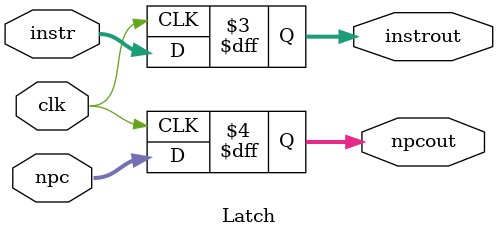
<source format=v>
`timescale 1ns / 1ps


module Latch(
    input wire clk,
    input wire [31:0] instr,
    input wire [31:0] npc,
    output reg [31:0] instrout,
    output reg [31:0] npcout
);

    initial begin
        instrout <= 0;
        npcout <= 0;
    end

    always @(posedge clk) begin
        instrout <= instr;
        npcout <= npc;
    end

endmodule
</source>
